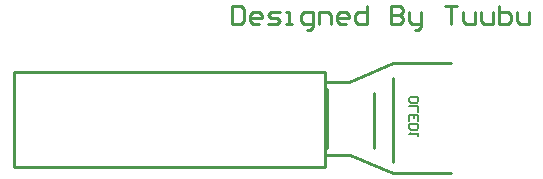
<source format=gbo>
G04*
G04 #@! TF.GenerationSoftware,Altium Limited,Altium Designer,21.8.1 (53)*
G04*
G04 Layer_Color=32896*
%FSLAX24Y24*%
%MOIN*%
G70*
G04*
G04 #@! TF.SameCoordinates,E0417417-2892-4B46-94DD-8EEE6E3CFD50*
G04*
G04*
G04 #@! TF.FilePolarity,Positive*
G04*
G01*
G75*
%ADD13C,0.0100*%
%ADD22C,0.0050*%
D13*
X7007Y4725D02*
X7007Y1576D01*
X7007Y4725D02*
X17361D01*
X17361Y1576D01*
X7007D02*
X17361D01*
X17416Y2215D02*
X17416Y4168D01*
X19613Y1727D02*
Y4534D01*
X19003Y4046D02*
X19003Y2215D01*
X17416Y4412D02*
X18168Y4410D01*
X19613Y5022D01*
X17416Y1971D02*
X18208Y1969D01*
X19613Y1361D01*
X19735D01*
X19613Y5022D02*
X21566D01*
X19735Y1361D02*
X21566D01*
X14250Y6950D02*
Y6350D01*
X14550D01*
X14650Y6450D01*
Y6850D01*
X14550Y6950D01*
X14250D01*
X15150Y6350D02*
X14950D01*
X14850Y6450D01*
Y6650D01*
X14950Y6750D01*
X15150D01*
X15250Y6650D01*
Y6550D01*
X14850D01*
X15450Y6350D02*
X15750D01*
X15849Y6450D01*
X15750Y6550D01*
X15550D01*
X15450Y6650D01*
X15550Y6750D01*
X15849D01*
X16049Y6350D02*
X16249D01*
X16149D01*
Y6750D01*
X16049D01*
X16749Y6150D02*
X16849D01*
X16949Y6250D01*
Y6750D01*
X16649D01*
X16549Y6650D01*
Y6450D01*
X16649Y6350D01*
X16949D01*
X17149D02*
Y6750D01*
X17449D01*
X17549Y6650D01*
Y6350D01*
X18049D02*
X17849D01*
X17749Y6450D01*
Y6650D01*
X17849Y6750D01*
X18049D01*
X18149Y6650D01*
Y6550D01*
X17749D01*
X18749Y6950D02*
Y6350D01*
X18449D01*
X18349Y6450D01*
Y6650D01*
X18449Y6750D01*
X18749D01*
X19548Y6950D02*
Y6350D01*
X19848D01*
X19948Y6450D01*
Y6550D01*
X19848Y6650D01*
X19548D01*
X19848D01*
X19948Y6750D01*
Y6850D01*
X19848Y6950D01*
X19548D01*
X20148Y6750D02*
Y6450D01*
X20248Y6350D01*
X20548D01*
Y6250D01*
X20448Y6150D01*
X20348D01*
X20548Y6350D02*
Y6750D01*
X21348Y6950D02*
X21748D01*
X21548D01*
Y6350D01*
X21948Y6750D02*
Y6450D01*
X22047Y6350D01*
X22347D01*
Y6750D01*
X22547D02*
Y6450D01*
X22647Y6350D01*
X22947D01*
Y6750D01*
X23147Y6950D02*
Y6350D01*
X23447D01*
X23547Y6450D01*
Y6550D01*
Y6650D01*
X23447Y6750D01*
X23147D01*
X23747D02*
Y6450D01*
X23847Y6350D01*
X24147D01*
Y6750D01*
D22*
X20172Y3760D02*
Y3860D01*
X20222Y3910D01*
X20422D01*
X20472Y3860D01*
Y3760D01*
X20422Y3710D01*
X20222D01*
X20172Y3760D01*
Y3610D02*
X20472D01*
Y3410D01*
X20172Y3110D02*
Y3310D01*
X20472D01*
Y3110D01*
X20322Y3310D02*
Y3210D01*
X20172Y3010D02*
X20472D01*
Y2860D01*
X20422Y2810D01*
X20222D01*
X20172Y2860D01*
Y3010D01*
X20472Y2710D02*
Y2610D01*
Y2660D01*
X20172D01*
X20222Y2710D01*
M02*

</source>
